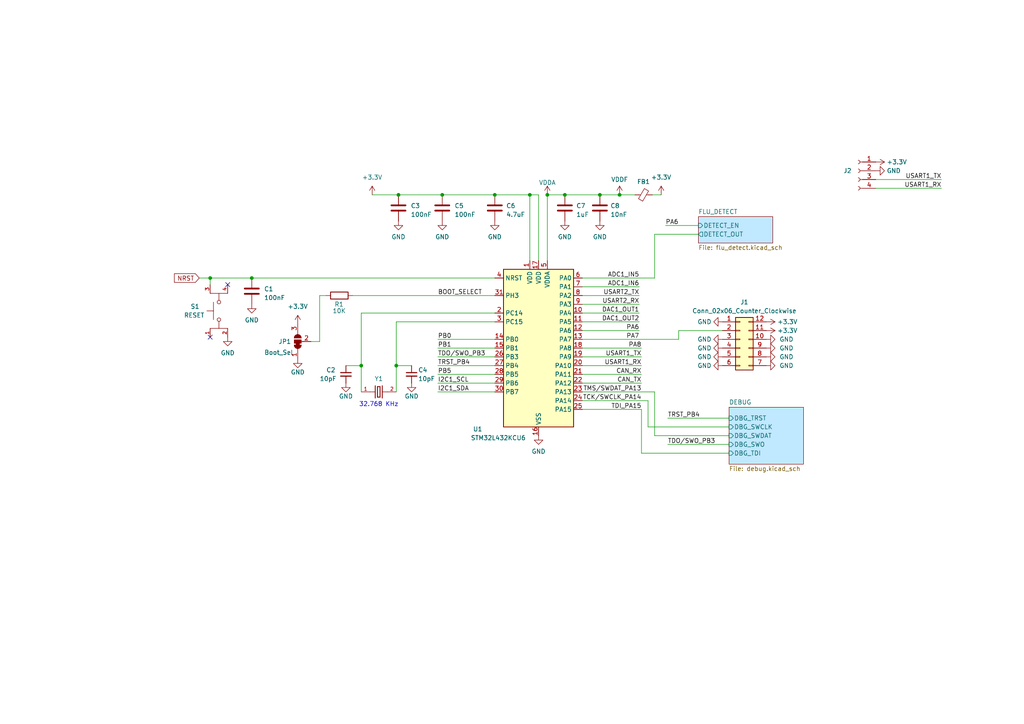
<source format=kicad_sch>
(kicad_sch (version 20230121) (generator eeschema)
  (paper "A4")
  (lib_symbols
    (symbol "Connector:Conn_01x04_Socket" (pin_names (offset 1.016) hide)
      (property "Reference" "J" (at 0 5.08 0))
      (property "Value" "Conn_01x04_Socket" (at 0 -7.62 0))
      (symbol "Conn_01x04_Socket_1_1"
        (arc (start 0 -4.572) (mid -0.5058 -5.08) (end 0 -5.588) (stroke (width 0.1524)))
        (arc (start 0 -2.032) (mid -0.5058 -2.54) (end 0 -3.048) (stroke (width 0.1524)))
        (polyline (pts (xy -1.27 -5.08) (xy -0.508 -5.08)) (stroke (width 0.1524)))
        (polyline (pts (xy -1.27 -2.54) (xy -0.508 -2.54)) (stroke (width 0.1524)))
        (polyline (pts (xy -1.27 0) (xy -0.508 0)) (stroke (width 0.1524)))
        (polyline (pts (xy -1.27 2.54) (xy -0.508 2.54)) (stroke (width 0.1524)))
        (arc (start 0 0.508) (mid -0.5058 0) (end 0 -0.508) (stroke (width 0.1524)))
        (arc (start 0 3.048) (mid -0.5058 2.54) (end 0 2.032) (stroke (width 0.1524)))
        (pin passive line (at -5.08 2.54 0) (length 3.81) (name "Pin_1") (number "1"))
        (pin passive line (at -5.08 0 0) (length 3.81) (name "Pin_2") (number "2"))
        (pin passive line (at -5.08 -2.54 0) (length 3.81) (name "Pin_3") (number "3"))
        (pin passive line (at -5.08 -5.08 0) (length 3.81) (name "Pin_4") (number "4"))
      )
    )
    (symbol "Connector_Generic:Conn_02x06_Counter_Clockwise" (pin_names (offset 1.016) hide)
      (property "Reference" "J" (at 1.27 7.62 0))
      (property "Value" "Conn_02x06_Counter_Clockwise" (at 1.27 -10.16 0))
      (symbol "Conn_02x06_Counter_Clockwise_1_1"
        (rectangle (start -1.27 -7.493) (end 0 -7.747) (stroke (width 0.1524)))
        (rectangle (start -1.27 -4.953) (end 0 -5.207) (stroke (width 0.1524)))
        (rectangle (start -1.27 -2.413) (end 0 -2.667) (stroke (width 0.1524)))
        (rectangle (start -1.27 0.127) (end 0 -0.127) (stroke (width 0.1524)))
        (rectangle (start -1.27 2.667) (end 0 2.413) (stroke (width 0.1524)))
        (rectangle (start -1.27 5.207) (end 0 4.953) (stroke (width 0.1524)))
        (rectangle (start -1.27 6.35) (end 3.81 -8.89) (stroke (width 0.254)) (fill (type background)))
        (rectangle (start 3.81 -7.493) (end 2.54 -7.747) (stroke (width 0.1524)))
        (rectangle (start 3.81 -4.953) (end 2.54 -5.207) (stroke (width 0.1524)))
        (rectangle (start 3.81 -2.413) (end 2.54 -2.667) (stroke (width 0.1524)))
        (rectangle (start 3.81 0.127) (end 2.54 -0.127) (stroke (width 0.1524)))
        (rectangle (start 3.81 2.667) (end 2.54 2.413) (stroke (width 0.1524)))
        (rectangle (start 3.81 5.207) (end 2.54 4.953) (stroke (width 0.1524)))
        (pin passive line (at -5.08 5.08 0) (length 3.81) (name "Pin_1") (number "1"))
        (pin passive line (at 7.62 0 180) (length 3.81) (name "Pin_10") (number "10"))
        (pin passive line (at 7.62 2.54 180) (length 3.81) (name "Pin_11") (number "11"))
        (pin passive line (at 7.62 5.08 180) (length 3.81) (name "Pin_12") (number "12"))
        (pin passive line (at -5.08 2.54 0) (length 3.81) (name "Pin_2") (number "2"))
        (pin passive line (at -5.08 0 0) (length 3.81) (name "Pin_3") (number "3"))
        (pin passive line (at -5.08 -2.54 0) (length 3.81) (name "Pin_4") (number "4"))
        (pin passive line (at -5.08 -5.08 0) (length 3.81) (name "Pin_5") (number "5"))
        (pin passive line (at -5.08 -7.62 0) (length 3.81) (name "Pin_6") (number "6"))
        (pin passive line (at 7.62 -7.62 180) (length 3.81) (name "Pin_7") (number "7"))
        (pin passive line (at 7.62 -5.08 180) (length 3.81) (name "Pin_8") (number "8"))
        (pin passive line (at 7.62 -2.54 180) (length 3.81) (name "Pin_9") (number "9"))
      )
    )
    (symbol "Device:C" (pin_numbers hide) (pin_names (offset 0.254))
      (property "Reference" "C" (at 0.635 2.54 0))
      (property "Value" "C" (at 0.635 -2.54 0))
      (symbol "C_0_1"
        (polyline (pts (xy -2.032 -0.762) (xy 2.032 -0.762)) (stroke (width 0.508)))
        (polyline (pts (xy -2.032 0.762) (xy 2.032 0.762)) (stroke (width 0.508)))
      )
      (symbol "C_1_1"
        (pin passive line (at 0 3.81 270) (length 2.794) (name "~") (number "1"))
        (pin passive line (at 0 -3.81 90) (length 2.794) (name "~") (number "2"))
      )
    )
    (symbol "Device:C_Small" (pin_numbers hide) (pin_names (offset 0.254) hide)
      (property "Reference" "C" (at 0.254 1.778 0))
      (property "Value" "C_Small" (at 0.254 -2.032 0))
      (symbol "C_Small_0_1"
        (polyline (pts (xy -1.524 -0.508) (xy 1.524 -0.508)) (stroke (width 0.3302)))
        (polyline (pts (xy -1.524 0.508) (xy 1.524 0.508)) (stroke (width 0.3048)))
      )
      (symbol "C_Small_1_1"
        (pin passive line (at 0 2.54 270) (length 2.032) (name "~") (number "1"))
        (pin passive line (at 0 -2.54 90) (length 2.032) (name "~") (number "2"))
      )
    )
    (symbol "Device:FerriteBead_Small" (pin_numbers hide) (pin_names (offset 0))
      (property "Reference" "FB" (at 1.905 1.27 0))
      (property "Value" "FerriteBead_Small" (at 1.905 -1.27 0))
      (symbol "FerriteBead_Small_0_1"
        (polyline (pts (xy 0 -1.27) (xy 0 -0.7874)))
        (polyline (pts (xy 0 0.889) (xy 0 1.2954)))
        (polyline (pts (xy -1.8288 0.2794) (xy -1.1176 1.4986) (xy 1.8288 -0.2032) (xy 1.1176 -1.4224) (xy -1.8288 0.2794)))
      )
      (symbol "FerriteBead_Small_1_1"
        (pin passive line (at 0 2.54 270) (length 1.27) (name "~") (number "1"))
        (pin passive line (at 0 -2.54 90) (length 1.27) (name "~") (number "2"))
      )
    )
    (symbol "Device:R" (pin_numbers hide) (pin_names (offset 0))
      (property "Reference" "R" (at 2.032 0 90))
      (property "Value" "R" (at 0 0 90))
      (symbol "R_0_1"
        (rectangle (start -1.016 -2.54) (end 1.016 2.54) (stroke (width 0.254)))
      )
      (symbol "R_1_1"
        (pin passive line (at 0 3.81 270) (length 1.27) (name "~") (number "1"))
        (pin passive line (at 0 -3.81 90) (length 1.27) (name "~") (number "2"))
      )
    )
    (symbol "Jumper:SolderJumper_3_Bridged12" (pin_names (offset 0) hide)
      (property "Reference" "JP" (at -2.54 -2.54 0))
      (property "Value" "SolderJumper_3_Bridged12" (at 0 2.794 0))
      (symbol "SolderJumper_3_Bridged12_0_1"
        (rectangle (start -1.016 0.508) (end -0.508 -0.508) (fill (type outline)))
        (arc (start -1.016 1.016) (mid -2.0276 0) (end -1.016 -1.016))
        (arc (start -1.016 1.016) (mid -2.0276 0) (end -1.016 -1.016) (fill (type outline)))
        (rectangle (start -0.508 1.016) (end 0.508 -1.016) (fill (type outline)))
        (polyline (pts (xy -2.54 0) (xy -2.032 0)))
        (polyline (pts (xy -1.016 1.016) (xy -1.016 -1.016)))
        (polyline (pts (xy 0 -1.27) (xy 0 -1.016)))
        (polyline (pts (xy 1.016 1.016) (xy 1.016 -1.016)))
        (polyline (pts (xy 2.54 0) (xy 2.032 0)))
        (arc (start 1.016 -1.016) (mid 2.0276 0) (end 1.016 1.016))
        (arc (start 1.016 -1.016) (mid 2.0276 0) (end 1.016 1.016) (fill (type outline)))
      )
      (symbol "SolderJumper_3_Bridged12_1_1"
        (pin passive line (at -5.08 0 0) (length 2.54) (name "A") (number "1"))
        (pin passive line (at 0 -3.81 90) (length 2.54) (name "C") (number "2"))
        (pin passive line (at 5.08 0 180) (length 2.54) (name "B") (number "3"))
      )
    )
    (symbol "MCU_ST_STM32L4:STM32L432KCUx"
      (property "Reference" "U" (at -10.16 24.13 0))
      (property "Value" "STM32L432KCUx" (at 5.08 24.13 0))
      (symbol "STM32L432KCUx_0_1"
        (rectangle (start -10.16 -22.86) (end 10.16 22.86) (stroke (width 0.254)) (fill (type background)))
      )
      (symbol "STM32L432KCUx_1_1"
        (pin power_in line (at -2.54 25.4 270) (length 2.54) (name "VDD") (number "1"))
        (pin bidirectional line (at 12.7 10.16 180) (length 2.54) (name "PA4") (number "10"))
        (pin bidirectional line (at 12.7 7.62 180) (length 2.54) (name "PA5") (number "11"))
        (pin bidirectional line (at 12.7 5.08 180) (length 2.54) (name "PA6") (number "12"))
        (pin bidirectional line (at 12.7 2.54 180) (length 2.54) (name "PA7") (number "13"))
        (pin bidirectional line (at -12.7 2.54 0) (length 2.54) (name "PB0") (number "14"))
        (pin bidirectional line (at -12.7 0 0) (length 2.54) (name "PB1") (number "15"))
        (pin power_in line (at 0 -25.4 90) (length 2.54) (name "VSS") (number "16"))
        (pin power_in line (at 0 25.4 270) (length 2.54) (name "VDD") (number "17"))
        (pin bidirectional line (at 12.7 0 180) (length 2.54) (name "PA8") (number "18"))
        (pin bidirectional line (at 12.7 -2.54 180) (length 2.54) (name "PA9") (number "19"))
        (pin bidirectional line (at -12.7 10.16 0) (length 2.54) (name "PC14") (number "2"))
        (pin bidirectional line (at 12.7 -5.08 180) (length 2.54) (name "PA10") (number "20"))
        (pin bidirectional line (at 12.7 -7.62 180) (length 2.54) (name "PA11") (number "21"))
        (pin bidirectional line (at 12.7 -10.16 180) (length 2.54) (name "PA12") (number "22"))
        (pin bidirectional line (at 12.7 -12.7 180) (length 2.54) (name "PA13") (number "23"))
        (pin bidirectional line (at 12.7 -15.24 180) (length 2.54) (name "PA14") (number "24"))
        (pin bidirectional line (at 12.7 -17.78 180) (length 2.54) (name "PA15") (number "25"))
        (pin bidirectional line (at -12.7 -2.54 0) (length 2.54) (name "PB3") (number "26"))
        (pin bidirectional line (at -12.7 -5.08 0) (length 2.54) (name "PB4") (number "27"))
        (pin bidirectional line (at -12.7 -7.62 0) (length 2.54) (name "PB5") (number "28"))
        (pin bidirectional line (at -12.7 -10.16 0) (length 2.54) (name "PB6") (number "29"))
        (pin bidirectional line (at -12.7 7.62 0) (length 2.54) (name "PC15") (number "3"))
        (pin bidirectional line (at -12.7 -12.7 0) (length 2.54) (name "PB7") (number "30"))
        (pin bidirectional line (at -12.7 15.24 0) (length 2.54) (name "PH3") (number "31"))
        (pin passive line (at 0 -25.4 90) (length 2.54) hide (name "VSS") (number "32"))
        (pin passive line (at 0 -25.4 90) (length 2.54) hide (name "VSS") (number "33"))
        (pin input line (at -12.7 20.32 0) (length 2.54) (name "NRST") (number "4"))
        (pin power_in line (at 2.54 25.4 270) (length 2.54) (name "VDDA") (number "5"))
        (pin bidirectional line (at 12.7 20.32 180) (length 2.54) (name "PA0") (number "6"))
        (pin bidirectional line (at 12.7 17.78 180) (length 2.54) (name "PA1") (number "7"))
        (pin bidirectional line (at 12.7 15.24 180) (length 2.54) (name "PA2") (number "8"))
        (pin bidirectional line (at 12.7 12.7 180) (length 2.54) (name "PA3") (number "9"))
      )
    )
    (symbol "crystals:ECS-.327-12.5-34R-C-TR" (pin_names (offset 1.016))
      (property "Reference" "Y" (at -5.1029 2.5514 0))
      (property "Value" "ECS-.327-12.5-34R-C-TR" (at -5.0988 -4.589 0))
      (symbol "ECS-.327-12.5-34R-C-TR_0_0"
        (polyline (pts (xy -2.54 0) (xy -1.016 0)) (stroke (width 0.1524)))
        (polyline (pts (xy -1.016 1.778) (xy -1.016 -1.778)) (stroke (width 0.254)))
        (polyline (pts (xy -0.381 -1.524) (xy 0.381 -1.524)) (stroke (width 0.254)))
        (polyline (pts (xy -0.381 1.524) (xy -0.381 -1.524)) (stroke (width 0.254)))
        (polyline (pts (xy 0.381 -1.524) (xy 0.381 1.524)) (stroke (width 0.254)))
        (polyline (pts (xy 0.381 1.524) (xy -0.381 1.524)) (stroke (width 0.254)))
        (polyline (pts (xy 1.016 0) (xy 2.54 0)) (stroke (width 0.1524)))
        (polyline (pts (xy 1.016 1.778) (xy 1.016 -1.778)) (stroke (width 0.254)))
        (pin passive line (at -5.08 0 0) (length 2.54) (name "~") (number "1"))
        (pin passive line (at 5.08 0 180) (length 2.54) (name "~") (number "2"))
      )
    )
    (symbol "power:+3.3V" (power) (pin_names (offset 0))
      (property "Value" "+3.3V" (at 0 3.556 0))
      (symbol "+3.3V_0_1"
        (polyline (pts (xy -0.762 1.27) (xy 0 2.54)))
        (polyline (pts (xy 0 0) (xy 0 2.54)))
        (polyline (pts (xy 0 2.54) (xy 0.762 1.27)))
      )
      (symbol "+3.3V_1_1"
        (pin power_in line (at 0 0 90) (length 0) hide (name "+3.3V") (number "1"))
      )
    )
    (symbol "power:GND" (power) (pin_names (offset 0))
      (property "Value" "GND" (at 0 -3.81 0))
      (symbol "GND_0_1"
        (polyline (pts (xy 0 0) (xy 0 -1.27) (xy 1.27 -1.27) (xy 0 -2.54) (xy -1.27 -1.27) (xy 0 -1.27)))
      )
      (symbol "GND_1_1"
        (pin power_in line (at 0 0 270) (length 0) hide (name "GND") (number "1"))
      )
    )
    (symbol "power:VDDA" (power) (pin_names (offset 0))
      (property "Value" "VDDA" (at 0 3.81 0))
      (symbol "VDDA_0_1"
        (polyline (pts (xy -0.762 1.27) (xy 0 2.54)))
        (polyline (pts (xy 0 0) (xy 0 2.54)))
        (polyline (pts (xy 0 2.54) (xy 0.762 1.27)))
      )
      (symbol "VDDA_1_1"
        (pin power_in line (at 0 0 90) (length 0) hide (name "VDDA") (number "1"))
      )
    )
    (symbol "power:VDDF" (power) (pin_names (offset 0))
      (property "Value" "VDDF" (at 0 3.81 0))
      (symbol "VDDF_0_1"
        (polyline (pts (xy -0.762 1.27) (xy 0 2.54)))
        (polyline (pts (xy 0 0) (xy 0 2.54)))
        (polyline (pts (xy 0 2.54) (xy 0.762 1.27)))
      )
      (symbol "VDDF_1_1"
        (pin power_in line (at 0 0 90) (length 0) hide (name "VDDF") (number "1"))
      )
    )
    (symbol "switch_tactile:TL3301AF160QG" (pin_names (offset 1.016))
      (property "Reference" "S" (at -5.08 5.08 0))
      (property "Value" "TL3301AF160QG" (at -5.08 -5.08 0))
      (symbol "TL3301AF160QG_0_0"
        (circle (center -2.54 0) (radius 0.508) (stroke (width 0.1524)))
        (polyline (pts (xy -5.08 0) (xy -3.048 0)) (stroke (width 0.1524)))
        (polyline (pts (xy -5.08 2.54) (xy -5.08 -2.54)) (stroke (width 0.1524)))
        (polyline (pts (xy -2.54 1.5875) (xy 0 1.5875)) (stroke (width 0.1524)))
        (polyline (pts (xy 0 1.5875) (xy 0 3.4925)) (stroke (width 0.1524)))
        (polyline (pts (xy 0 1.5875) (xy 2.54 1.5875)) (stroke (width 0.1524)))
        (polyline (pts (xy 5.08 0) (xy 3.048 0)) (stroke (width 0.1524)))
        (polyline (pts (xy 5.08 2.54) (xy 5.08 -2.54)) (stroke (width 0.1524)))
        (circle (center 2.54 0) (radius 0.508) (stroke (width 0.1524)))
        (pin passive line (at -7.62 2.54 0) (length 2.54) (name "~") (number "1"))
        (pin passive line (at -7.62 -2.54 0) (length 2.54) (name "~") (number "2"))
        (pin passive line (at 7.62 2.54 180) (length 2.54) (name "~") (number "3"))
        (pin passive line (at 7.62 -2.54 180) (length 2.54) (name "~") (number "4"))
      )
    )
  )
  (junction (at 158.75 56.515))
  (junction (at 115.57 56.515))
  (junction (at 173.99 56.515))
  (junction (at 104.775 106.045))
  (junction (at 114.935 106.045))
  (junction (at 73.025 80.645))
  (junction (at 128.27 56.515))
  (junction (at 60.96 80.645))
  (junction (at 153.67 56.515))
  (junction (at 163.83 56.515))
  (junction (at 179.705 56.515))
  (junction (at 143.51 56.515))
  (no_connect (at 60.96 97.79))
  (no_connect (at 66.04 82.55))
  (wire (pts (xy 114.935 106.045) (xy 119.38 106.045)))
  (wire (pts (xy 114.935 93.345) (xy 143.51 93.345)))
  (wire (pts (xy 73.025 80.645) (xy 143.51 80.645)))
  (wire (pts (xy 209.55 95.885) (xy 196.85 95.885)))
  (wire (pts (xy 168.91 111.125) (xy 186.055 111.125)))
  (wire (pts (xy 254 52.07) (xy 273.05 52.07)))
  (wire (pts (xy 127 103.505) (xy 143.51 103.505)))
  (wire (pts (xy 186.055 131.445) (xy 211.455 131.445)))
  (wire (pts (xy 104.775 113.665) (xy 104.775 106.045)))
  (wire (pts (xy 186.055 118.745) (xy 186.055 131.445)))
  (wire (pts (xy 173.99 56.515) (xy 179.705 56.515)))
  (wire (pts (xy 104.775 90.805) (xy 104.775 106.045)))
  (wire (pts (xy 127 108.585) (xy 143.51 108.585)))
  (wire (pts (xy 168.91 100.965) (xy 186.055 100.965)))
  (wire (pts (xy 163.83 56.515) (xy 173.99 56.515)))
  (wire (pts (xy 127 98.425) (xy 143.51 98.425)))
  (wire (pts (xy 187.96 116.205) (xy 187.96 123.825)))
  (wire (pts (xy 114.935 113.665) (xy 114.935 106.045)))
  (wire (pts (xy 196.85 95.885) (xy 196.85 98.425)))
  (wire (pts (xy 57.785 80.645) (xy 60.96 80.645)))
  (wire (pts (xy 92.71 85.725) (xy 92.71 99.06)))
  (wire (pts (xy 104.775 90.805) (xy 143.51 90.805)))
  (wire (pts (xy 168.91 83.185) (xy 185.42 83.185)))
  (wire (pts (xy 127 100.965) (xy 143.51 100.965)))
  (wire (pts (xy 158.75 56.515) (xy 163.83 56.515)))
  (wire (pts (xy 127 113.665) (xy 143.51 113.665)))
  (wire (pts (xy 168.91 93.345) (xy 185.42 93.345)))
  (wire (pts (xy 254 54.61) (xy 273.05 54.61)))
  (wire (pts (xy 114.935 106.045) (xy 114.935 93.345)))
  (wire (pts (xy 189.865 113.665) (xy 189.865 126.365)))
  (wire (pts (xy 168.91 90.805) (xy 185.42 90.805)))
  (wire (pts (xy 168.91 98.425) (xy 196.85 98.425)))
  (wire (pts (xy 168.91 106.045) (xy 186.055 106.045)))
  (wire (pts (xy 156.21 56.515) (xy 156.21 75.565)))
  (wire (pts (xy 60.96 80.645) (xy 60.96 82.55)))
  (wire (pts (xy 158.75 56.515) (xy 158.75 75.565)))
  (wire (pts (xy 60.96 80.645) (xy 73.025 80.645)))
  (wire (pts (xy 102.235 85.725) (xy 143.51 85.725)))
  (wire (pts (xy 168.91 116.205) (xy 187.96 116.205)))
  (wire (pts (xy 153.67 56.515) (xy 153.67 75.565)))
  (wire (pts (xy 211.455 128.905) (xy 193.675 128.905)))
  (wire (pts (xy 168.91 103.505) (xy 186.055 103.505)))
  (wire (pts (xy 128.27 56.515) (xy 143.51 56.515)))
  (wire (pts (xy 168.91 113.665) (xy 189.865 113.665)))
  (wire (pts (xy 168.91 85.725) (xy 185.42 85.725)))
  (wire (pts (xy 127 111.125) (xy 143.51 111.125)))
  (wire (pts (xy 127 106.045) (xy 143.51 106.045)))
  (wire (pts (xy 168.91 118.745) (xy 186.055 118.745)))
  (wire (pts (xy 189.23 56.515) (xy 191.77 56.515)))
  (wire (pts (xy 189.865 80.645) (xy 189.865 67.945)))
  (wire (pts (xy 156.21 56.515) (xy 153.67 56.515)))
  (wire (pts (xy 193.04 65.405) (xy 202.565 65.405)))
  (wire (pts (xy 100.33 106.045) (xy 104.775 106.045)))
  (wire (pts (xy 168.91 80.645) (xy 189.865 80.645)))
  (wire (pts (xy 168.91 108.585) (xy 186.055 108.585)))
  (wire (pts (xy 107.95 56.515) (xy 115.57 56.515)))
  (wire (pts (xy 168.91 95.885) (xy 185.42 95.885)))
  (wire (pts (xy 168.91 88.265) (xy 185.42 88.265)))
  (wire (pts (xy 189.865 67.945) (xy 202.565 67.945)))
  (wire (pts (xy 187.96 123.825) (xy 211.455 123.825)))
  (wire (pts (xy 90.17 99.06) (xy 92.71 99.06)))
  (wire (pts (xy 143.51 56.515) (xy 153.67 56.515)))
  (wire (pts (xy 179.705 56.515) (xy 184.15 56.515)))
  (wire (pts (xy 92.71 85.725) (xy 94.615 85.725)))
  (wire (pts (xy 189.865 126.365) (xy 211.455 126.365)))
  (wire (pts (xy 115.57 56.515) (xy 128.27 56.515)))
  (wire (pts (xy 211.455 121.285) (xy 193.675 121.285)))
  (text "32.768 KHz" (at 115.57 118.11 0) (effects (font (size 1.27 1.27)) (justify right bottom)))
  (label "TDO{slash}SWO_PB3" (at 193.675 128.905 0))
  (label "PA7" (at 185.42 98.425 180))
  (label "TRST_PB4" (at 127 106.045 0))
  (label "DAC1_OUT1" (at 185.42 90.805 180))
  (label "USART1_TX" (at 273.05 52.07 180))
  (label "I2C1_SDA" (at 127 113.665 0))
  (label "TMS{slash}SWDAT_PA13" (at 186.055 113.665 180))
  (label "ADC1_IN6" (at 185.42 83.185 180))
  (label "TCK{slash}SWCLK_PA14" (at 186.055 116.205 180))
  (label "CAN_RX" (at 186.055 108.585 180))
  (label "CAN_TX" (at 186.055 111.125 180))
  (label "DAC1_OUT2" (at 185.42 93.345 180))
  (label "USART2_RX" (at 185.42 88.265 180))
  (label "PA6" (at 193.04 65.405 0))
  (label "TDI_PA15" (at 186.055 118.745 180))
  (label "PA6" (at 185.42 95.885 180))
  (label "USART1_RX" (at 273.05 54.61 180))
  (label "PB1" (at 127 100.965 0))
  (label "USART1_TX" (at 186.055 103.505 180))
  (label "TDO{slash}SWO_PB3" (at 127 103.505 0))
  (label "USART1_RX" (at 186.055 106.045 180))
  (label "ADC1_IN5" (at 185.42 80.645 180))
  (label "TRST_PB4" (at 193.675 121.285 0))
  (label "USART2_TX" (at 185.42 85.725 180))
  (label "I2C1_SCL" (at 127 111.125 0))
  (label "PB5" (at 127 108.585 0))
  (label "BOOT_SELECT" (at 127 85.725 0))
  (label "PB0" (at 127 98.425 0))
  (label "PA8" (at 186.055 100.965 180))
  (global_label "NRST" (shape input) (at 57.785 80.645 180) (property "Intersheetrefs" "${INTERSHEET_REFS}" (effects hide)))
  (symbol (lib_id "Device:C") (at 115.57 60.325 0) (unit 1)
    (property "Reference" "C3" (at 119.126 59.69 0) (effects (justify left)))
    (property "Value" "100nF" (at 119.126 62.23 0) (effects (justify left)))
    (property "Footprint" "Capacitor_SMD:C_0805_2012Metric" (effects hide))
  )
  (symbol (lib_id "Device:C") (at 143.51 60.325 0) (unit 1)
    (property "Reference" "C6" (at 146.812 59.69 0) (effects (justify left)))
    (property "Value" "4.7uF" (at 146.812 62.23 0) (effects (justify left)))
    (property "Footprint" "Capacitor_SMD:C_0805_2012Metric" (effects hide))
  )
  (symbol (lib_id "power:+3.3V") (at 86.36 93.98 0) (unit 1)
    (property "Reference" "#PWR03" (effects hide))
    (property "Value" "+3.3V" (at 86.36 88.9 0))
  )
  (symbol (lib_id "switch_tactile:TL3301AF160QG") (at 63.5 90.17 90) (unit 1)
    (property "Reference" "S1" (at 55.245 88.9 90) (effects (justify right)))
    (property "Value" "RESET" (at 53.34 91.44 90) (effects (justify right)))
    (property "Footprint" "switch_tactile:TL3301AF160QG" (effects hide))
    (property "DigiKey_Part_Number" "EG2526TR-ND" (effects hide))
    (property "MF" "E-Switch" (effects hide))
    (property "MAXIMUM_PACKAGE_HEIGHT" "5 mm" (effects hide))
    (property "Package" "None" (effects hide))
    (property "Check_prices" "https://www.snapeda.com/parts/TL3301AF160QG/E-Switch/view-part/?ref=eda" (effects hide))
    (property "STANDARD" "Manufacturer Recommendations" (effects hide))
    (property "PARTREV" "E" (effects hide))
    (property "SnapEDA_Link" "https://www.snapeda.com/parts/TL3301AF160QG/E-Switch/view-part/?ref=snap" (effects hide))
    (property "MP" "TL3301AF160QG" (effects hide))
    (property "Purchase-URL" "https://pricing.snapeda.com/search?q=TL3301AF160QG&ref=eda" (effects hide))
    (property "Description" "\nTactile Switch SPST-NO Top Actuated Surface Mount\n" (effects hide))
    (property "MANUFACTURER" "E-Switch" (effects hide))
    (property "SNAPEDA_PN" "TL3301PF160QG" (effects hide))
    (property "Part" "TL3301PF160QG" (effects hide))
  )
  (symbol (lib_id "power:GND") (at 209.55 93.345 270) (unit 1)
    (property "Reference" "#PWR016" (effects hide))
    (property "Value" "GND" (at 206.375 93.345 90) (effects (justify right)))
  )
  (symbol (lib_id "power:GND") (at 66.04 97.79 0) (unit 1)
    (property "Reference" "#PWR01" (effects hide))
    (property "Value" "GND" (at 66.04 102.362 0))
  )
  (symbol (lib_id "power:GND") (at 143.51 64.135 0) (unit 1)
    (property "Reference" "#PWR010" (effects hide))
    (property "Value" "GND" (at 143.51 68.707 0))
  )
  (symbol (lib_id "Device:C") (at 73.025 84.455 0) (unit 1)
    (property "Reference" "C1" (at 76.581 83.82 0) (effects (justify left)))
    (property "Value" "100nF" (at 76.581 86.36 0) (effects (justify left)))
    (property "Footprint" "Capacitor_SMD:C_0805_2012Metric" (effects hide))
  )
  (symbol (lib_id "Device:R") (at 98.425 85.725 90) (unit 1)
    (property "Reference" "R1" (at 99.695 88.265 90) (effects (justify left)))
    (property "Value" "10K" (at 100.33 90.17 90) (effects (justify left)))
    (property "Footprint" "Resistor_SMD:R_0805_2012Metric" (effects hide))
  )
  (symbol (lib_id "power:GND") (at 156.21 126.365 0) (unit 1)
    (property "Reference" "#PWR011" (effects hide))
    (property "Value" "GND" (at 156.21 130.937 0))
  )
  (symbol (lib_id "Device:FerriteBead_Small") (at 186.69 56.515 90) (unit 1)
    (property "Reference" "FB1" (at 186.6519 52.705 90))
    (property "Value" "~" (at 186.6519 52.705 90))
    (property "Footprint" "Resistor_SMD:R_0805_2012Metric" (effects hide))
    (property "Part" "2508051027Y1" (effects hide))
  )
  (symbol (lib_id "power:+3.3V") (at 222.25 93.345 270) (unit 1)
    (property "Reference" "#PWR023" (effects hide))
    (property "Value" "+3.3V" (at 225.425 93.345 90) (effects (justify left)))
  )
  (symbol (lib_id "Connector:Conn_01x04_Socket") (at 248.92 49.53 0) (mirror y) (unit 1)
    (property "Reference" "J2" (at 247.015 49.53 0) (effects (justify left)))
    (property "Value" "Conn_01x04_Socket" (effects hide))
    (property "Footprint" "Connector_PinSocket_2.54mm:PinSocket_1x04_P2.54mm_Vertical" (effects hide))
  )
  (symbol (lib_id "Device:C") (at 128.27 60.325 0) (unit 1)
    (property "Reference" "C5" (at 131.826 59.69 0) (effects (justify left)))
    (property "Value" "100nF" (at 131.826 62.23 0) (effects (justify left)))
    (property "Footprint" "Capacitor_SMD:C_0805_2012Metric" (effects hide))
  )
  (symbol (lib_id "power:GND") (at 222.25 100.965 90) (unit 1)
    (property "Reference" "#PWR025" (effects hide))
    (property "Value" "GND" (at 226.06 100.965 90) (effects (justify right)))
  )
  (symbol (lib_id "Connector_Generic:Conn_02x06_Counter_Clockwise") (at 214.63 98.425 0) (unit 1)
    (property "Reference" "J1" (at 215.9 87.63 0))
    (property "Value" "Conn_02x06_Counter_Clockwise" (at 215.9 90.17 0))
    (property "Footprint" "Connector_PinSocket_2.54mm:PinSocket_2x06_P2.54mm_Vertical" (effects hide))
  )
  (symbol (lib_id "power:GND") (at 173.99 64.135 0) (unit 1)
    (property "Reference" "#PWR014" (effects hide))
    (property "Value" "GND" (at 173.99 68.707 0))
  )
  (symbol (lib_id "power:GND") (at 86.36 104.14 0) (unit 1)
    (property "Reference" "#PWR04" (effects hide))
    (property "Value" "GND" (at 86.36 107.95 0))
  )
  (symbol (lib_id "Device:C") (at 163.83 60.325 0) (unit 1)
    (property "Reference" "C7" (at 167.132 59.69 0) (effects (justify left)))
    (property "Value" "1uF" (at 167.132 62.23 0) (effects (justify left)))
    (property "Footprint" "Capacitor_SMD:C_0805_2012Metric" (effects hide))
  )
  (symbol (lib_id "power:GND") (at 222.25 98.425 90) (unit 1)
    (property "Reference" "#PWR024" (effects hide))
    (property "Value" "GND" (at 226.06 98.425 90) (effects (justify right)))
  )
  (symbol (lib_id "power:VDDF") (at 179.705 56.515 0) (unit 1)
    (property "Reference" "#PWR027" (effects hide))
    (property "Value" "VDDF" (at 179.705 52.07 0))
  )
  (symbol (lib_id "power:GND") (at 209.55 100.965 270) (unit 1)
    (property "Reference" "#PWR019" (effects hide))
    (property "Value" "GND" (at 206.375 100.965 90) (effects (justify right)))
  )
  (symbol (lib_id "power:+3.3V") (at 254 46.99 270) (unit 1)
    (property "Reference" "#PWR028" (effects hide))
    (property "Value" "+3.3V" (at 257.175 46.99 90) (effects (justify left)))
  )
  (symbol (lib_id "power:GND") (at 209.55 98.425 270) (unit 1)
    (property "Reference" "#PWR018" (effects hide))
    (property "Value" "GND" (at 206.375 98.425 90) (effects (justify right)))
  )
  (symbol (lib_id "power:+3.3V") (at 191.77 56.515 0) (unit 1)
    (property "Reference" "#PWR015" (effects hide))
    (property "Value" "+3.3V" (at 191.77 51.435 0))
  )
  (symbol (lib_id "power:GND") (at 222.25 106.045 90) (unit 1)
    (property "Reference" "#PWR022" (effects hide))
    (property "Value" "GND" (at 226.06 106.045 90) (effects (justify right)))
  )
  (symbol (lib_id "power:GND") (at 209.55 103.505 270) (unit 1)
    (property "Reference" "#PWR020" (effects hide))
    (property "Value" "GND" (at 206.375 103.505 90) (effects (justify right)))
  )
  (symbol (lib_id "power:GND") (at 115.57 64.135 0) (unit 1)
    (property "Reference" "#PWR07" (effects hide))
    (property "Value" "GND" (at 115.57 68.707 0))
  )
  (symbol (lib_id "power:GND") (at 119.38 111.125 0) (unit 1)
    (property "Reference" "#PWR08" (effects hide))
    (property "Value" "GND" (at 119.38 114.935 0))
  )
  (symbol (lib_id "power:GND") (at 222.25 103.505 90) (unit 1)
    (property "Reference" "#PWR026" (effects hide))
    (property "Value" "GND" (at 226.06 103.505 90) (effects (justify right)))
  )
  (symbol (lib_id "Device:C_Small") (at 100.33 108.585 0) (unit 1)
    (property "Reference" "C2" (at 94.615 107.315 0) (effects (justify left)))
    (property "Value" "10pF" (at 92.71 109.855 0) (effects (justify left)))
    (property "Footprint" "Capacitor_SMD:C_0805_2012Metric" (effects hide))
  )
  (symbol (lib_id "power:GND") (at 209.55 106.045 270) (unit 1)
    (property "Reference" "#PWR021" (effects hide))
    (property "Value" "GND" (at 206.375 106.045 90) (effects (justify right)))
  )
  (symbol (lib_id "MCU_ST_STM32L4:STM32L432KCUx") (at 156.21 100.965 0) (unit 1)
    (property "Reference" "U1" (at 137.16 124.46 0) (effects (justify left)))
    (property "Value" "STM32L432KCU6" (at 136.525 127 0) (effects (justify left)))
    (property "Footprint" "Package_DFN_QFN:QFN-32-1EP_5x5mm_P0.5mm_EP3.45x3.45mm" (effects hide))
    (property "Datasheet" "https://www.st.com/resource/en/datasheet/stm32l432kc.pdf" (effects hide))
  )
  (symbol (lib_id "power:GND") (at 254 49.53 90) (unit 1)
    (property "Reference" "#PWR029" (effects hide))
    (property "Value" "GND" (at 257.175 49.53 90) (effects (justify right)))
  )
  (symbol (lib_id "power:GND") (at 163.83 64.135 0) (unit 1)
    (property "Reference" "#PWR013" (effects hide))
    (property "Value" "GND" (at 163.83 68.707 0))
  )
  (symbol (lib_id "power:+3.3V") (at 107.95 56.515 0) (unit 1)
    (property "Reference" "#PWR06" (effects hide))
    (property "Value" "+3.3V" (at 107.95 51.435 0))
  )
  (symbol (lib_id "crystals:ECS-.327-12.5-34R-C-TR") (at 109.855 113.665 0) (unit 1)
    (property "Reference" "Y1" (at 111.125 109.855 0) (effects (justify right)))
    (property "Value" "ECS-.327-12.5-34R-C-TR" (effects hide))
    (property "Footprint" "crystals:ECS-.327-12.5-34R-C-TR" (effects hide))
    (property "MF" "ECS Inc." (effects hide))
    (property "Description" "\n32.768 kHz ±10ppm Crystal 12.5pF 50 kOhms 2-SMD, No Lead\n" (effects hide))
    (property "Package" "SMD-2 ECS International" (effects hide))
    (property "Price" "None" (effects hide))
    (property "Check_prices" "https://www.snapeda.com/parts/ECS-.327-12.5-34R-C-TR/ECS+Inc./view-part/?ref=eda" (effects hide))
    (property "STANDARD" "Manufacturer Recommendation" (effects hide))
    (property "PARTREV" "2016" (effects hide))
    (property "SnapEDA_Link" "https://www.snapeda.com/parts/ECS-.327-12.5-34R-C-TR/ECS+Inc./view-part/?ref=snap" (effects hide))
    (property "MP" "ECS-.327-12.5-34R-C-TR" (effects hide))
    (property "Purchase-URL" "https://pricing.snapeda.com/search?q=ECS-.327-12.5-34R-C-TR&ref=eda" (effects hide))
    (property "Availability" "In Stock" (effects hide))
    (property "MANUFACTURER" "ECS Inc." (effects hide))
  )
  (symbol (lib_id "power:GND") (at 128.27 64.135 0) (unit 1)
    (property "Reference" "#PWR09" (effects hide))
    (property "Value" "GND" (at 128.27 68.707 0))
  )
  (symbol (lib_id "Jumper:SolderJumper_3_Bridged12") (at 86.36 99.06 90) (unit 1)
    (property "Reference" "JP1" (at 84.455 99.06 90) (effects (justify left)))
    (property "Value" "Boot_Sel" (at 85.09 102.235 90) (effects (justify left)))
    (property "Footprint" "Jumper:SolderJumper-3_P1.3mm_Bridged12_Pad1.0x1.5mm_NumberLabels" (effects hide))
  )
  (symbol (lib_id "Device:C_Small") (at 119.38 108.585 0) (unit 1)
    (property "Reference" "C4" (at 121.285 107.315 0) (effects (justify left)))
    (property "Value" "10pF" (at 121.285 109.855 0) (effects (justify left)))
    (property "Footprint" "Capacitor_SMD:C_0805_2012Metric" (effects hide))
  )
  (symbol (lib_id "power:+3.3V") (at 222.25 95.885 270) (unit 1)
    (property "Reference" "#PWR017" (effects hide))
    (property "Value" "+3.3V" (at 225.425 95.885 90) (effects (justify left)))
  )
  (symbol (lib_id "power:GND") (at 73.025 88.265 0) (unit 1)
    (property "Reference" "#PWR02" (effects hide))
    (property "Value" "GND" (at 73.025 92.837 0))
  )
  (symbol (lib_id "Device:C") (at 173.99 60.325 0) (unit 1)
    (property "Reference" "C8" (at 177.038 59.69 0) (effects (justify left)))
    (property "Value" "10nF" (at 177.038 62.23 0) (effects (justify left)))
    (property "Footprint" "Capacitor_SMD:C_0805_2012Metric" (effects hide))
  )
  (symbol (lib_id "power:VDDA") (at 158.75 56.515 0) (unit 1)
    (property "Reference" "#PWR012" (effects hide))
    (property "Value" "VDDA" (at 158.75 52.959 0))
  )
  (symbol (lib_id "power:GND") (at 100.33 111.125 0) (unit 1)
    (property "Reference" "#PWR05" (effects hide))
    (property "Value" "GND" (at 100.33 114.935 0))
  )
  (sheet (at 211.455 118.11) (size 21.59 16.51) (stroke (width 0.1524)) (fill (color 192 232 255 1.0000))
    (property "Sheetname" "DEBUG" (at 211.455 117.3984 0) (effects (justify left bottom)))
    (property "Sheetfile" "debug.kicad_sch" (at 211.455 135.2046 0) (effects (justify left top)))
    (pin "DBG_TDI" input (at 211.455 131.445 180))
    (pin "DBG_SWDAT" input (at 211.455 126.365 180))
    (pin "DBG_SWCLK" input (at 211.455 123.825 180))
    (pin "DBG_SWO" input (at 211.455 128.905 180))
    (pin "DBG_TRST" input (at 211.455 121.285 180))
  )
  (sheet (at 202.565 62.865) (size 21.59 7.62) (stroke (width 0.1524)) (fill (color 192 232 255 1.0000))
    (property "Sheetname" "FLU_DETECT" (at 202.565 62.1534 0) (effects (justify left bottom)))
    (property "Sheetfile" "flu_detect.kicad_sch" (at 202.565 71.0696 0) (effects (justify left top)))
    (pin "DETECT_EN" input (at 202.565 65.405 180))
    (pin "DETECT_OUT" output (at 202.565 67.945 180))
  )
)
</source>
